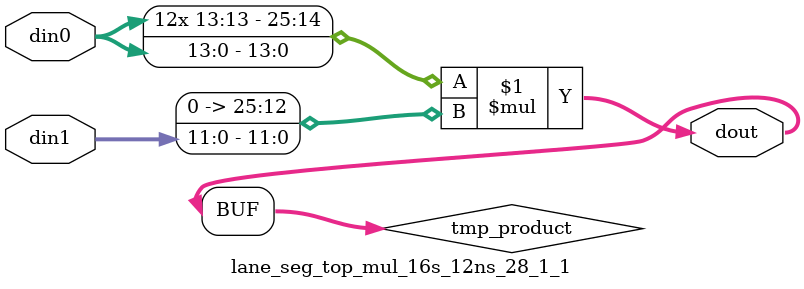
<source format=v>

`timescale 1 ns / 1 ps

  module lane_seg_top_mul_16s_12ns_28_1_1(din0, din1, dout);
parameter ID = 1;
parameter NUM_STAGE = 0;
parameter din0_WIDTH = 14;
parameter din1_WIDTH = 12;
parameter dout_WIDTH = 26;

input [din0_WIDTH - 1 : 0] din0; 
input [din1_WIDTH - 1 : 0] din1; 
output [dout_WIDTH - 1 : 0] dout;

wire signed [dout_WIDTH - 1 : 0] tmp_product;












assign tmp_product = $signed(din0) * $signed({1'b0, din1});









assign dout = tmp_product;







endmodule

</source>
